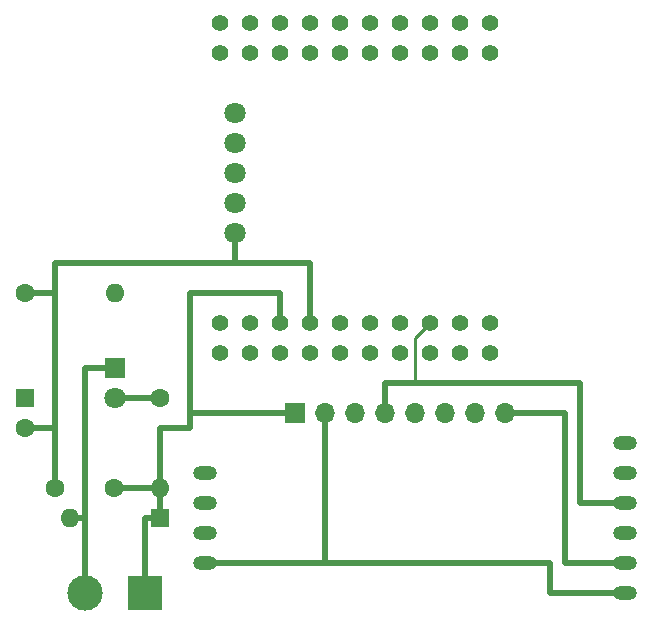
<source format=gbl>
G04 #@! TF.GenerationSoftware,KiCad,Pcbnew,(5.1.12)-1*
G04 #@! TF.CreationDate,2022-01-06T10:15:51+01:00*
G04 #@! TF.ProjectId,EmlaLockSafe_Controller_Board,456d6c61-4c6f-4636-9b53-6166655f436f,2.0*
G04 #@! TF.SameCoordinates,Original*
G04 #@! TF.FileFunction,Copper,L2,Bot*
G04 #@! TF.FilePolarity,Positive*
%FSLAX46Y46*%
G04 Gerber Fmt 4.6, Leading zero omitted, Abs format (unit mm)*
G04 Created by KiCad (PCBNEW (5.1.12)-1) date 2022-01-06 10:15:51*
%MOMM*%
%LPD*%
G01*
G04 APERTURE LIST*
G04 #@! TA.AperFunction,ComponentPad*
%ADD10C,1.800000*%
G04 #@! TD*
G04 #@! TA.AperFunction,ComponentPad*
%ADD11C,1.400000*%
G04 #@! TD*
G04 #@! TA.AperFunction,ComponentPad*
%ADD12O,2.000000X1.200000*%
G04 #@! TD*
G04 #@! TA.AperFunction,ComponentPad*
%ADD13O,1.600000X1.600000*%
G04 #@! TD*
G04 #@! TA.AperFunction,ComponentPad*
%ADD14C,1.600000*%
G04 #@! TD*
G04 #@! TA.AperFunction,ComponentPad*
%ADD15O,1.700000X1.700000*%
G04 #@! TD*
G04 #@! TA.AperFunction,ComponentPad*
%ADD16R,1.700000X1.700000*%
G04 #@! TD*
G04 #@! TA.AperFunction,ComponentPad*
%ADD17R,1.800000X1.800000*%
G04 #@! TD*
G04 #@! TA.AperFunction,ComponentPad*
%ADD18R,1.600000X1.600000*%
G04 #@! TD*
G04 #@! TA.AperFunction,ComponentPad*
%ADD19C,3.000000*%
G04 #@! TD*
G04 #@! TA.AperFunction,ComponentPad*
%ADD20R,3.000000X3.000000*%
G04 #@! TD*
G04 #@! TA.AperFunction,Conductor*
%ADD21C,0.500000*%
G04 #@! TD*
G04 #@! TA.AperFunction,Conductor*
%ADD22C,0.250000*%
G04 #@! TD*
G04 APERTURE END LIST*
D10*
X137160000Y-91440000D03*
X137160000Y-88900000D03*
X137160000Y-86360000D03*
X137160000Y-83820000D03*
X137160000Y-81280000D03*
D11*
X158750000Y-76200000D03*
X158750000Y-73660000D03*
X156210000Y-73660000D03*
X156210000Y-76200000D03*
X153670000Y-73660000D03*
X153670000Y-76200000D03*
X151130000Y-73660000D03*
X151130000Y-76200000D03*
X148590000Y-73660000D03*
X148590000Y-76200000D03*
X146050000Y-73660000D03*
X146050000Y-76200000D03*
X143510000Y-73660000D03*
X143510000Y-76200000D03*
X140970000Y-73660000D03*
X140970000Y-76200000D03*
X138430000Y-73660000D03*
X138430000Y-76200000D03*
X135890000Y-73660000D03*
X135890000Y-76200000D03*
X158750000Y-99060000D03*
X158750000Y-101600000D03*
X156210000Y-99060000D03*
X156210000Y-101600000D03*
X153670000Y-99060000D03*
X153670000Y-101600000D03*
X151130000Y-99060000D03*
X151130000Y-101600000D03*
X148590000Y-99060000D03*
X148590000Y-101600000D03*
X146050000Y-99060000D03*
X146050000Y-101600000D03*
X143510000Y-99060000D03*
X143510000Y-101600000D03*
X140970000Y-99060000D03*
X140970000Y-101600000D03*
X138430000Y-99060000D03*
X138430000Y-101600000D03*
X135890000Y-99060000D03*
X135890000Y-101600000D03*
D12*
X134620000Y-119380000D03*
X134620000Y-116840000D03*
X134620000Y-114300000D03*
X134620000Y-111760000D03*
X170180000Y-121920000D03*
X170180000Y-119380000D03*
X170180000Y-116840000D03*
X170180000Y-114300000D03*
X170180000Y-111760000D03*
X170180000Y-109220000D03*
D13*
X130810000Y-113030000D03*
D14*
X130810000Y-105410000D03*
D15*
X160020000Y-106680000D03*
X157480000Y-106680000D03*
X154940000Y-106680000D03*
X152400000Y-106680000D03*
X149860000Y-106680000D03*
X147320000Y-106680000D03*
X144780000Y-106680000D03*
D16*
X142240000Y-106680000D03*
D10*
X127000000Y-105410000D03*
D17*
X127000000Y-102870000D03*
D13*
X123190000Y-115570000D03*
D18*
X130810000Y-115570000D03*
D19*
X124460000Y-121920000D03*
D20*
X129540000Y-121920000D03*
D13*
X127000000Y-96520000D03*
D14*
X119380000Y-96520000D03*
X119380000Y-107910000D03*
D18*
X119380000Y-105410000D03*
D14*
X121920000Y-113030000D03*
X126920000Y-113030000D03*
D21*
X121920000Y-113030000D02*
X121920000Y-110450000D01*
X119380000Y-107910000D02*
X121880000Y-107910000D01*
X121880000Y-107910000D02*
X121920000Y-107870000D01*
X144780000Y-106680000D02*
X144780000Y-119380000D01*
X144780000Y-119380000D02*
X134620000Y-119380000D01*
X144780000Y-119380000D02*
X163830000Y-119380000D01*
X163830000Y-119380000D02*
X163830000Y-121920000D01*
X163830000Y-121920000D02*
X170180000Y-121920000D01*
X121920000Y-110450000D02*
X121920000Y-107870000D01*
X121920000Y-96520000D02*
X119380000Y-96520000D01*
X121920000Y-107870000D02*
X121920000Y-96520000D01*
X143510000Y-99060000D02*
X143510000Y-93980000D01*
X143510000Y-93980000D02*
X121920000Y-93980000D01*
X121920000Y-93980000D02*
X121920000Y-96520000D01*
X137160000Y-91440000D02*
X137160000Y-93980000D01*
X129540000Y-121920000D02*
X129540000Y-115570000D01*
X129540000Y-115570000D02*
X130810000Y-115570000D01*
X130810000Y-115570000D02*
X130810000Y-113030000D01*
X126920000Y-113030000D02*
X130810000Y-113030000D01*
X133350000Y-96520000D02*
X140970000Y-96520000D01*
X130810000Y-107950000D02*
X133350000Y-107950000D01*
X140970000Y-96520000D02*
X140970000Y-99060000D01*
X130810000Y-113030000D02*
X130810000Y-107950000D01*
X142240000Y-106680000D02*
X133350000Y-106680000D01*
X133350000Y-106680000D02*
X133350000Y-96520000D01*
X133350000Y-107950000D02*
X133350000Y-106680000D01*
X124460000Y-121920000D02*
X124460000Y-115570000D01*
X123190000Y-115570000D02*
X124460000Y-115570000D01*
X124460000Y-102870000D02*
X127000000Y-102870000D01*
X124460000Y-115570000D02*
X124460000Y-102870000D01*
X127000000Y-105410000D02*
X130810000Y-105410000D01*
X165100000Y-119380000D02*
X170180000Y-119380000D01*
X165100000Y-106680000D02*
X165100000Y-119380000D01*
X160020000Y-106680000D02*
X165100000Y-106680000D01*
X170180000Y-114300000D02*
X166370000Y-114300000D01*
X149860000Y-106680000D02*
X149860000Y-104140000D01*
X149860000Y-104140000D02*
X166370000Y-104140000D01*
X166370000Y-114300000D02*
X166370000Y-104140000D01*
D22*
X153670000Y-99060000D02*
X152400000Y-100330000D01*
X152400000Y-100330000D02*
X152400000Y-104140000D01*
M02*

</source>
